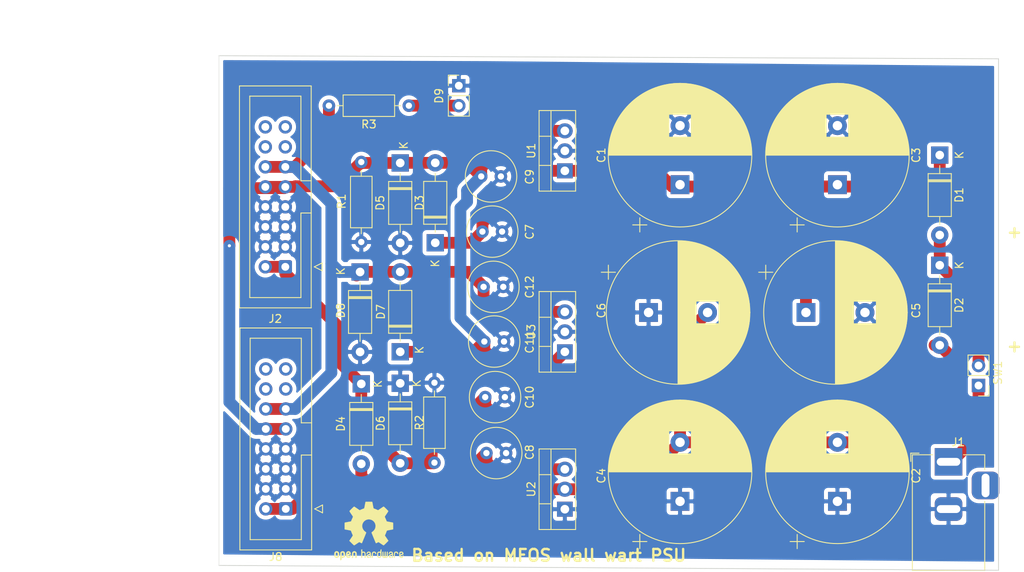
<source format=kicad_pcb>
(kicad_pcb (version 20171130) (host pcbnew "(5.1.6-0-10_14)")
  (layers (0 F.Cu signal) (31 B.Cu signal hide) (34 B.Paste user) (35 F.Paste user) (36 B.SilkS user) (37 F.SilkS user) (38 B.Mask user) (39 F.Mask user) (44 Edge.Cuts user))
  (net 0 "")
  (net 1 GND)
  (net 2 "Net-(C1-Pad1)")
  (net 3 "Net-(C2-Pad2)")
  (net 4 +12V)
  (net 5 -12V)
  (net 6 "Net-(D1-Pad2)")
  (net 7 +5V)
  (net 8 "Net-(J1-Pad1)")
  (net 9 "Net-(D9-Pad2)")
  (module Connector_BarrelJack:BarrelJack_Horizontal (layer F.Cu) (at 193.04 106.22 90)
    (fp_text reference J1 (at 2.5012 1.2396) (layer F.SilkS))
    (fp_text value Barrel_Jack)
    (pad 3 thru_hole roundrect (at -3 4.7 90) (size 3.5 3.5) (drill oval 3 1) (layers *.Cu *.Mask))
    (pad 2 thru_hole roundrect (at -6 0 90) (size 3 3.5) (drill oval 1 3) (layers *.Cu *.Mask) (net 1 GND))
    (pad 1 thru_hole rect (at 0 0 90) (size 3.5 3.5) (drill oval 1 3) (layers *.Cu *.Mask) (net 8 "Net-(J1-Pad1)"))
  )
  (module Symbol:OSHW-Logo2_9.8x8mm_SilkScreen (layer F.Cu) (at 119.38 115)
    (fp_text reference REF** hide)
    (fp_text value OSHW-Logo2_9.8x8mm_SilkScreen hide)
  )
  (module Resistor_THT:R_Axial_DIN0207_L6.3mm_D2.5mm_P10.16mm_Horizontal (layer F.Cu) (at 124.46 60.96 180)
    (fp_text reference R3 (at 5.08 -2.37) (layer F.SilkS))
    (fp_text value 160)
    (pad 2 thru_hole oval (at 10.16 0 180) (size 1.6 1.6) (drill 0.8) (layers *.Cu *.Mask) (net 7 +5V))
    (pad 1 thru_hole circle (at 0 0 180) (size 1.6 1.6) (drill 0.8) (layers *.Cu *.Mask) (net 9 "Net-(D9-Pad2)"))
  )
  (module Connector_PinHeader_2.54mm:PinHeader_1x02_P2.54mm_Vertical (layer F.Cu) (at 130.81 58.42)
    (fp_text reference D9 (at -2.5128 1.2952 90) (layer F.SilkS))
    (fp_text value LED)
    (pad 2 thru_hole oval (at 0 2.54) (size 1.7 1.7) (drill 1) (layers *.Cu *.Mask) (net 9 "Net-(D9-Pad2)"))
    (pad 1 thru_hole rect (at 0 0) (size 1.7 1.7) (drill 1) (layers *.Cu *.Mask) (net 1 GND))
  )
  (module Connector_PinHeader_2.54mm:PinHeader_1x02_P2.54mm_Vertical (layer F.Cu) (at 196.85 96.52 180)
    (fp_text reference SW1 (at -2.462 1.6104 90) (layer F.SilkS))
    (fp_text value SW_SPST)
    (pad 2 thru_hole oval (at 0 2.54 180) (size 1.7 1.7) (drill 1) (layers *.Cu *.Mask) (net 6 "Net-(D1-Pad2)"))
    (pad 1 thru_hole rect (at 0 0 180) (size 1.7 1.7) (drill 1) (layers *.Cu *.Mask) (net 8 "Net-(J1-Pad1)"))
  )
  (module Capacitor_THT:CP_Radial_D18.0mm_P7.50mm (layer F.Cu) (at 178.9212 111.2396 90)
    (fp_text reference C2 (at 3.2396 9.9988 90) (layer F.SilkS))
    (fp_text value 3300uF)
    (pad 2 thru_hole circle (at 7.5 0 90) (size 2.4 2.4) (drill 1.2) (layers *.Cu *.Mask) (net 3 "Net-(C2-Pad2)"))
    (pad 1 thru_hole rect (at 0 0 90) (size 2.4 2.4) (drill 1.2) (layers *.Cu *.Mask) (net 1 GND))
  )
  (module Capacitor_THT:CP_Radial_D18.0mm_P7.50mm (layer F.Cu) (at 158.92 71 90)
    (fp_text reference C1 (at 3.7396 -10.0012 90) (layer F.SilkS))
    (fp_text value 3300uF)
    (pad 2 thru_hole circle (at 7.5 0 90) (size 2.4 2.4) (drill 1.2) (layers *.Cu *.Mask) (net 1 GND))
    (pad 1 thru_hole rect (at 0 0 90) (size 2.4 2.4) (drill 1.2) (layers *.Cu *.Mask) (net 2 "Net-(C1-Pad1)"))
  )
  (module Package_TO_SOT_THT:TO-220-3_Vertical (layer F.Cu) (at 144.2816 92.2396 90)
    (fp_text reference U3 (at 2.54 -4.27 90) (layer F.SilkS))
    (fp_text value L7805)
    (pad 3 thru_hole oval (at 5.08 0 90) (size 1.905 2) (drill 1.1) (layers *.Cu *.Mask) (net 7 +5V))
    (pad 2 thru_hole oval (at 2.54 0 90) (size 1.905 2) (drill 1.1) (layers *.Cu *.Mask) (net 1 GND))
    (pad 1 thru_hole rect (at 0 0 90) (size 1.905 2) (drill 1.1) (layers *.Cu *.Mask) (net 4 +12V))
  )
  (module Package_TO_SOT_THT:TO-220-3_Vertical (layer F.Cu) (at 144.2816 112.2396 90)
    (fp_text reference U2 (at 2.54 -4.27 90) (layer F.SilkS))
    (fp_text value L7912)
    (pad 3 thru_hole oval (at 5.08 0 90) (size 1.905 2) (drill 1.1) (layers *.Cu *.Mask) (net 5 -12V))
    (pad 2 thru_hole oval (at 2.54 0 90) (size 1.905 2) (drill 1.1) (layers *.Cu *.Mask) (net 3 "Net-(C2-Pad2)"))
    (pad 1 thru_hole rect (at 0 0 90) (size 1.905 2) (drill 1.1) (layers *.Cu *.Mask) (net 1 GND))
  )
  (module Package_TO_SOT_THT:TO-220-3_Vertical (layer F.Cu) (at 144.2816 69.2396 90)
    (fp_text reference U1 (at 2.54 -4.27 90) (layer F.SilkS))
    (fp_text value L7812)
    (pad 3 thru_hole oval (at 5.08 0 90) (size 1.905 2) (drill 1.1) (layers *.Cu *.Mask) (net 4 +12V))
    (pad 2 thru_hole oval (at 2.54 0 90) (size 1.905 2) (drill 1.1) (layers *.Cu *.Mask) (net 1 GND))
    (pad 1 thru_hole rect (at 0 0 90) (size 1.905 2) (drill 1.1) (layers *.Cu *.Mask) (net 2 "Net-(C1-Pad1)"))
  )
  (module Capacitor_THT:CP_Radial_D18.0mm_P7.50mm (layer F.Cu) (at 158.9212 111.2396 90)
    (fp_text reference C4 (at 3.2396 -10.0012 90) (layer F.SilkS))
    (fp_text value 3300uF)
    (pad 2 thru_hole circle (at 7.5 0 90) (size 2.4 2.4) (drill 1.2) (layers *.Cu *.Mask) (net 3 "Net-(C2-Pad2)"))
    (pad 1 thru_hole rect (at 0 0 90) (size 2.4 2.4) (drill 1.2) (layers *.Cu *.Mask) (net 1 GND))
  )
  (module Diode_THT:D_DO-41_SOD81_P10.16mm_Horizontal (layer F.Cu) (at 191.9212 81.2396 270)
    (fp_text reference D2 (at 5.08 -2.47 90) (layer F.SilkS))
    (fp_text value 1N4004)
    (fp_text user K (at 0 -2.4988 90) (layer F.SilkS))
    (pad 2 thru_hole oval (at 10.16 0 270) (size 2.2 2.2) (drill 1.1) (layers *.Cu *.Mask) (net 3 "Net-(C2-Pad2)"))
    (pad 1 thru_hole rect (at 0 0 270) (size 2.2 2.2) (drill 1.1) (layers *.Cu *.Mask) (net 6 "Net-(D1-Pad2)"))
  )
  (module Diode_THT:D_DO-41_SOD81_P10.16mm_Horizontal (layer F.Cu) (at 191.9212 67.2396 270)
    (fp_text reference D1 (at 5.08 -2.47 90) (layer F.SilkS))
    (fp_text value 1N4004)
    (fp_text user K (at 0 -2.4988 90) (layer F.SilkS))
    (pad 2 thru_hole oval (at 10.16 0 270) (size 2.2 2.2) (drill 1.1) (layers *.Cu *.Mask) (net 6 "Net-(D1-Pad2)"))
    (pad 1 thru_hole rect (at 0 0 270) (size 2.2 2.2) (drill 1.1) (layers *.Cu *.Mask) (net 2 "Net-(C1-Pad1)"))
  )
  (module Capacitor_THT:CP_Radial_D18.0mm_P7.50mm (layer F.Cu) (at 154.9212 87.2396)
    (fp_text reference C6 (at -6.0012 -0.2396 90) (layer F.SilkS))
    (fp_text value 3300uF)
    (pad 2 thru_hole circle (at 7.5 0) (size 2.4 2.4) (drill 1.2) (layers *.Cu *.Mask) (net 3 "Net-(C2-Pad2)"))
    (pad 1 thru_hole rect (at 0 0) (size 2.4 2.4) (drill 1.2) (layers *.Cu *.Mask) (net 1 GND))
  )
  (module Capacitor_THT:CP_Radial_D18.0mm_P7.50mm (layer F.Cu) (at 174.92 87.2396)
    (fp_text reference C5 (at 13.9988 -0.2396 90) (layer F.SilkS))
    (fp_text value 3300uF)
    (pad 2 thru_hole circle (at 7.5 0) (size 2.4 2.4) (drill 1.2) (layers *.Cu *.Mask) (net 1 GND))
    (pad 1 thru_hole rect (at 0 0) (size 2.4 2.4) (drill 1.2) (layers *.Cu *.Mask) (net 2 "Net-(C1-Pad1)"))
  )
  (module Capacitor_THT:CP_Radial_D18.0mm_P7.50mm (layer F.Cu) (at 178.92 71 90)
    (fp_text reference C3 (at 3.7396 9.9988 90) (layer F.SilkS))
    (fp_text value 3300uF)
    (pad 2 thru_hole circle (at 7.5 0 90) (size 2.4 2.4) (drill 1.2) (layers *.Cu *.Mask) (net 1 GND))
    (pad 1 thru_hole rect (at 0 0 90) (size 2.4 2.4) (drill 1.2) (layers *.Cu *.Mask) (net 2 "Net-(C1-Pad1)"))
  )
  (module Capacitor_THT:C_Radial_D6.3mm_H5.0mm_P2.50mm (layer F.Cu) (at 133.9552 83.9856)
    (fp_text reference C12 (at 5.8548 0.0144 90) (layer F.SilkS))
    (fp_text value 1uF)
    (pad 2 thru_hole circle (at 2.5 0) (size 1.6 1.6) (drill 0.8) (layers *.Cu *.Mask) (net 1 GND))
    (pad 1 thru_hole circle (at 0 0) (size 1.6 1.6) (drill 0.8) (layers *.Cu *.Mask) (net 7 +5V))
  )
  (module Capacitor_THT:C_Radial_D6.3mm_H5.0mm_P2.50mm (layer F.Cu) (at 136.5504 90.932 180)
    (fp_text reference C11 (at -3.2596 -0.068 90) (layer F.SilkS))
    (fp_text value 1uF)
    (pad 2 thru_hole circle (at 2.5 0 180) (size 1.6 1.6) (drill 0.8) (layers *.Cu *.Mask) (net 4 +12V))
    (pad 1 thru_hole circle (at 0 0 180) (size 1.6 1.6) (drill 0.8) (layers *.Cu *.Mask) (net 1 GND))
  )
  (module Capacitor_THT:C_Radial_D6.3mm_H5.0mm_P2.50mm (layer F.Cu) (at 134.1628 97.9932)
    (fp_text reference C10 (at 5.6472 0.0068 90) (layer F.SilkS))
    (fp_text value 1uF)
    (pad 2 thru_hole circle (at 2.5 0) (size 1.6 1.6) (drill 0.8) (layers *.Cu *.Mask) (net 1 GND))
    (pad 1 thru_hole circle (at 0 0) (size 1.6 1.6) (drill 0.8) (layers *.Cu *.Mask) (net 5 -12V))
  )
  (module Capacitor_THT:C_Radial_D6.3mm_H5.0mm_P2.50mm (layer F.Cu) (at 133.6548 69.9516)
    (fp_text reference C9 (at 6.1552 0.0484 90) (layer F.SilkS))
    (fp_text value 1uF)
    (pad 2 thru_hole circle (at 2.5 0) (size 1.6 1.6) (drill 0.8) (layers *.Cu *.Mask) (net 1 GND))
    (pad 1 thru_hole circle (at 0 0) (size 1.6 1.6) (drill 0.8) (layers *.Cu *.Mask) (net 4 +12V))
  )
  (module Capacitor_THT:C_Radial_D6.3mm_H5.0mm_P2.50mm (layer F.Cu) (at 134.3152 105.1052)
    (fp_text reference C8 (at 5.4948 -0.1052 90) (layer F.SilkS))
    (fp_text value 1uF)
    (pad 2 thru_hole circle (at 2.5 0) (size 1.6 1.6) (drill 0.8) (layers *.Cu *.Mask) (net 1 GND))
    (pad 1 thru_hole circle (at 0 0) (size 1.6 1.6) (drill 0.8) (layers *.Cu *.Mask) (net 3 "Net-(C2-Pad2)"))
  )
  (module Capacitor_THT:C_Radial_D6.3mm_H5.0mm_P2.50mm (layer F.Cu) (at 133.8072 76.962)
    (fp_text reference C7 (at 6.0028 0.038 90) (layer F.SilkS))
    (fp_text value 1uF)
    (pad 2 thru_hole circle (at 2.5 0) (size 1.6 1.6) (drill 0.8) (layers *.Cu *.Mask) (net 1 GND))
    (pad 1 thru_hole circle (at 0 0) (size 1.6 1.6) (drill 0.8) (layers *.Cu *.Mask) (net 2 "Net-(C1-Pad1)"))
  )
  (module Connector_IDC:IDC-Header_2x08_P2.54mm_Vertical (layer F.Cu) (at 108.815 112.2 180)
    (fp_text reference J8 (at 1.27 -6.1) (layer F.SilkS))
    (fp_text value Connector_Generic:Conn_02x08_Odd_Even)
    (pad 16 thru_hole circle (at 2.54 17.78 180) (size 1.7 1.7) (drill 1) (layers *.Cu *.Mask))
    (pad 14 thru_hole circle (at 2.54 15.24 180) (size 1.7 1.7) (drill 1) (layers *.Cu *.Mask))
    (pad 12 thru_hole circle (at 2.54 12.7 180) (size 1.7 1.7) (drill 1) (layers *.Cu *.Mask) (net 7 +5V))
    (pad 10 thru_hole circle (at 2.54 10.16 180) (size 1.7 1.7) (drill 1) (layers *.Cu *.Mask) (net 4 +12V))
    (pad 8 thru_hole circle (at 2.54 7.62 180) (size 1.7 1.7) (drill 1) (layers *.Cu *.Mask) (net 1 GND))
    (pad 6 thru_hole circle (at 2.54 5.08 180) (size 1.7 1.7) (drill 1) (layers *.Cu *.Mask) (net 1 GND))
    (pad 4 thru_hole circle (at 2.54 2.54 180) (size 1.7 1.7) (drill 1) (layers *.Cu *.Mask) (net 1 GND))
    (pad 2 thru_hole circle (at 2.54 0 180) (size 1.7 1.7) (drill 1) (layers *.Cu *.Mask) (net 5 -12V))
    (pad 15 thru_hole circle (at 0 17.78 180) (size 1.7 1.7) (drill 1) (layers *.Cu *.Mask))
    (pad 13 thru_hole circle (at 0 15.24 180) (size 1.7 1.7) (drill 1) (layers *.Cu *.Mask))
    (pad 11 thru_hole circle (at 0 12.7 180) (size 1.7 1.7) (drill 1) (layers *.Cu *.Mask) (net 7 +5V))
    (pad 9 thru_hole circle (at 0 10.16 180) (size 1.7 1.7) (drill 1) (layers *.Cu *.Mask) (net 4 +12V))
    (pad 7 thru_hole circle (at 0 7.62 180) (size 1.7 1.7) (drill 1) (layers *.Cu *.Mask) (net 1 GND))
    (pad 5 thru_hole circle (at 0 5.08 180) (size 1.7 1.7) (drill 1) (layers *.Cu *.Mask) (net 1 GND))
    (pad 3 thru_hole circle (at 0 2.54 180) (size 1.7 1.7) (drill 1) (layers *.Cu *.Mask) (net 1 GND))
    (pad 1 thru_hole roundrect (at 0 0 180) (size 1.7 1.7) (drill 1) (layers *.Cu *.Mask) (roundrect_rratio 0.1470588235294118) (net 5 -12V))
  )
  (module Connector_IDC:IDC-Header_2x08_P2.54mm_Vertical (layer F.Cu) (at 108.7616 81.4396 180)
    (fp_text reference J2 (at 1.27 -6.604) (layer F.SilkS))
    (fp_text value Connector_Generic:Conn_02x08_Odd_Even)
    (pad 16 thru_hole circle (at 2.54 17.78 180) (size 1.7 1.7) (drill 1) (layers *.Cu *.Mask))
    (pad 14 thru_hole circle (at 2.54 15.24 180) (size 1.7 1.7) (drill 1) (layers *.Cu *.Mask))
    (pad 12 thru_hole circle (at 2.54 12.7 180) (size 1.7 1.7) (drill 1) (layers *.Cu *.Mask) (net 7 +5V))
    (pad 10 thru_hole circle (at 2.54 10.16 180) (size 1.7 1.7) (drill 1) (layers *.Cu *.Mask) (net 4 +12V))
    (pad 8 thru_hole circle (at 2.54 7.62 180) (size 1.7 1.7) (drill 1) (layers *.Cu *.Mask) (net 1 GND))
    (pad 6 thru_hole circle (at 2.54 5.08 180) (size 1.7 1.7) (drill 1) (layers *.Cu *.Mask) (net 1 GND))
    (pad 4 thru_hole circle (at 2.54 2.54 180) (size 1.7 1.7) (drill 1) (layers *.Cu *.Mask) (net 1 GND))
    (pad 2 thru_hole circle (at 2.54 0 180) (size 1.7 1.7) (drill 1) (layers *.Cu *.Mask) (net 5 -12V))
    (pad 15 thru_hole circle (at 0 17.78 180) (size 1.7 1.7) (drill 1) (layers *.Cu *.Mask))
    (pad 13 thru_hole circle (at 0 15.24 180) (size 1.7 1.7) (drill 1) (layers *.Cu *.Mask))
    (pad 11 thru_hole circle (at 0 12.7 180) (size 1.7 1.7) (drill 1) (layers *.Cu *.Mask) (net 7 +5V))
    (pad 9 thru_hole circle (at 0 10.16 180) (size 1.7 1.7) (drill 1) (layers *.Cu *.Mask) (net 4 +12V))
    (pad 7 thru_hole circle (at 0 7.62 180) (size 1.7 1.7) (drill 1) (layers *.Cu *.Mask) (net 1 GND))
    (pad 5 thru_hole circle (at 0 5.08 180) (size 1.7 1.7) (drill 1) (layers *.Cu *.Mask) (net 1 GND))
    (pad 3 thru_hole circle (at 0 2.54 180) (size 1.7 1.7) (drill 1) (layers *.Cu *.Mask) (net 1 GND))
    (pad 1 thru_hole roundrect (at 0 0 180) (size 1.7 1.7) (drill 1) (layers *.Cu *.Mask) (roundrect_rratio 0.1470588235294118) (net 5 -12V))
  )
  (module Diode_THT:D_DO-41_SOD81_P10.16mm_Horizontal (layer F.Cu) (at 118.2624 82.0928 270)
    (fp_text reference D8 (at 4.9072 2.4524 90) (layer F.SilkS))
    (fp_text value 1N4004)
    (fp_text user K (at -0.0928 2.4524 90) (layer F.SilkS))
    (pad 2 thru_hole oval (at 10.16 0 270) (size 2.2 2.2) (drill 1.1) (layers *.Cu *.Mask) (net 1 GND))
    (pad 1 thru_hole rect (at 0 0 270) (size 2.2 2.2) (drill 1.1) (layers *.Cu *.Mask) (net 7 +5V))
  )
  (module Diode_THT:D_DO-41_SOD81_P10.16mm_Horizontal (layer F.Cu) (at 123.3616 92.2396 90)
    (fp_text reference D7 (at 5.08 -2.47 90) (layer F.SilkS))
    (fp_text value 1N4004)
    (fp_text user K (at 0.2396 2.4484 90) (layer F.SilkS))
    (pad 2 thru_hole oval (at 10.16 0 90) (size 2.2 2.2) (drill 1.1) (layers *.Cu *.Mask) (net 7 +5V))
    (pad 1 thru_hole rect (at 0 0 90) (size 2.2 2.2) (drill 1.1) (layers *.Cu *.Mask) (net 4 +12V))
  )
  (module Resistor_THT:R_Axial_DIN0207_L6.3mm_D2.5mm_P10.16mm_Horizontal (layer F.Cu) (at 127.7112 106.3244 90)
    (fp_text reference R2 (at 5.08 -1.9012 90) (layer F.SilkS))
    (fp_text value 3K3)
    (pad 2 thru_hole oval (at 10.16 0 90) (size 1.6 1.6) (drill 0.8) (layers *.Cu *.Mask) (net 1 GND))
    (pad 1 thru_hole circle (at 0 0 90) (size 1.6 1.6) (drill 0.8) (layers *.Cu *.Mask) (net 5 -12V))
  )
  (module Resistor_THT:R_Axial_DIN0207_L6.3mm_D2.5mm_P10.16mm_Horizontal (layer F.Cu) (at 118.4148 68.1228 270)
    (fp_text reference R1 (at 5 2.5 90) (layer F.SilkS))
    (fp_text value 3K3)
    (pad 2 thru_hole oval (at 10.16 0 270) (size 1.6 1.6) (drill 0.8) (layers *.Cu *.Mask) (net 1 GND))
    (pad 1 thru_hole circle (at 0 0 270) (size 1.6 1.6) (drill 0.8) (layers *.Cu *.Mask) (net 4 +12V))
  )
  (module Diode_THT:D_DO-41_SOD81_P10.16mm_Horizontal (layer F.Cu) (at 123.3616 96.2396 270)
    (fp_text reference D6 (at 5.08 2.5 90) (layer F.SilkS))
    (fp_text value 1N4004)
    (fp_text user K (at 0 -2.1 90) (layer F.SilkS))
    (pad 2 thru_hole oval (at 10.16 0 270) (size 2.2 2.2) (drill 1.1) (layers *.Cu *.Mask) (net 5 -12V))
    (pad 1 thru_hole rect (at 0 0 270) (size 2.2 2.2) (drill 1.1) (layers *.Cu *.Mask) (net 1 GND))
  )
  (module Diode_THT:D_DO-41_SOD81_P10.16mm_Horizontal (layer F.Cu) (at 123.3616 68.2396 270)
    (fp_text reference D5 (at 5.08 2.5516 90) (layer F.SilkS))
    (fp_text value 1N4004)
    (fp_text user K (at -2.2396 -0.4484 90) (layer F.SilkS))
    (pad 2 thru_hole oval (at 10.16 0 270) (size 2.2 2.2) (drill 1.1) (layers *.Cu *.Mask) (net 1 GND))
    (pad 1 thru_hole rect (at 0 0 270) (size 2.2 2.2) (drill 1.1) (layers *.Cu *.Mask) (net 4 +12V))
  )
  (module Diode_THT:D_DO-41_SOD81_P10.16mm_Horizontal (layer F.Cu) (at 118.4148 96.3168 270)
    (fp_text reference D4 (at 5.08 2.6048 90) (layer F.SilkS))
    (fp_text value 1N4004)
    (fp_text user K (at 0 -2.1 90) (layer F.SilkS))
    (pad 2 thru_hole oval (at 10.16 0 270) (size 2.2 2.2) (drill 1.1) (layers *.Cu *.Mask) (net 3 "Net-(C2-Pad2)"))
    (pad 1 thru_hole rect (at 0 0 270) (size 2.2 2.2) (drill 1.1) (layers *.Cu *.Mask) (net 5 -12V))
  )
  (module Diode_THT:D_DO-41_SOD81_P10.16mm_Horizontal (layer F.Cu) (at 127.8128 78.3844 90)
    (fp_text reference D3 (at 5.08 -2.0028 90) (layer F.SilkS))
    (fp_text value 1N4004)
    (fp_text user K (at -2.6156 -0.0028 90) (layer F.SilkS))
    (pad 2 thru_hole oval (at 10.16 0 90) (size 2.2 2.2) (drill 1.1) (layers *.Cu *.Mask) (net 4 +12V))
    (pad 1 thru_hole rect (at 0 0 90) (size 2.2 2.2) (drill 1.1) (layers *.Cu *.Mask) (net 2 "Net-(C1-Pad1)"))
  )
  (gr_line (start 100.33 54.61) (end 100.33 119.38) (layer Edge.Cuts) (width 0.05))
  (gr_text + (at 201.42 91.5) (layer F.SilkS) (effects (font (size 1.5 1.5) (thickness 0.3)) (justify mirror)))
  (gr_text + (at 201.42 77) (layer F.SilkS) (effects (font (size 1.5 1.5) (thickness 0.3)) (justify mirror)))
  (gr_line (start 199.39 55) (end 199.39 120) (layer Edge.Cuts) (width 0.1))
  (gr_text "Based on MFOS wall wart PSU" (at 142.24 118.11) (layer F.SilkS) (effects (font (size 1.5 1.5) (thickness 0.3))))
  (gr_line (start 100.33 54.61) (end 199.39 55) (layer Edge.Cuts) (width 0.1))
  (gr_line (start 199.39 120) (end 100.33 119.38) (layer Edge.Cuts) (width 0.1))
  (segment (start 127.8128 78.3844) (end 132.3848 78.3844) (width 1.5) (layer F.Cu) (net 2))
  (segment (start 133.8072 75.83063) (end 133.8072 76.962) (width 1.5) (layer F.Cu) (net 2))
  (segment (start 132.3848 78.3844) (end 133.8072 76.962) (width 1.5) (layer F.Cu) (net 2))
  (segment (start 191.9212 69.8396) (end 191.9212 67.2396) (width 1.5) (layer F.Cu) (net 2))
  (segment (start 190.5212 71.2396) (end 191.9212 69.8396) (width 1.5) (layer F.Cu) (net 2))
  (segment (start 174.9212 87.2396) (end 174.9212 71.5396) (width 1.5) (layer F.Cu) (net 2))
  (segment (start 174.9212 71.5396) (end 175.2212 71.2396) (width 1.5) (layer F.Cu) (net 2))
  (segment (start 175.2212 71.2396) (end 177.9212 71.2396) (width 1.5) (layer F.Cu) (net 2))
  (segment (start 157.9212 71.2396) (end 177.9212 71.2396) (width 1.5) (layer F.Cu) (net 2))
  (segment (start 177.9212 71.2396) (end 190.5212 71.2396) (width 1.5) (layer F.Cu) (net 2))
  (segment (start 155.9212 69.2396) (end 157.9212 71.2396) (width 1.5) (layer F.Cu) (net 2))
  (segment (start 155.9212 69.2396) (end 144.2816 69.2396) (width 1.5) (layer F.Cu) (net 2))
  (segment (start 140.39823 69.2396) (end 133.8072 75.83063) (width 1.5) (layer F.Cu) (net 2))
  (segment (start 144.2816 69.2396) (end 140.39823 69.2396) (width 1.5) (layer F.Cu) (net 2))
  (segment (start 118.4148 108.032434) (end 119.957966 109.5756) (width 1.5) (layer F.Cu) (net 3))
  (segment (start 118.4148 106.4768) (end 118.4148 108.032434) (width 1.5) (layer F.Cu) (net 3))
  (segment (start 119.957966 109.5756) (end 129.8448 109.5756) (width 1.5) (layer F.Cu) (net 3))
  (segment (start 129.8448 109.5756) (end 134.3152 105.1052) (width 1.5) (layer F.Cu) (net 3))
  (segment (start 189.8844 103.7396) (end 193.4464 100.1776) (width 1.5) (layer F.Cu) (net 3))
  (segment (start 193.4464 100.1776) (end 193.548 93.0264) (width 1.5) (layer F.Cu) (net 3))
  (segment (start 178.9212 103.7396) (end 158.9212 103.7396) (width 1.5) (layer F.Cu) (net 3))
  (segment (start 193.548 93.0264) (end 191.9212 91.3996) (width 1.5) (layer F.Cu) (net 3))
  (segment (start 158.9212 103.7396) (end 152.9612 109.6996) (width 1.5) (layer F.Cu) (net 3))
  (segment (start 158.9212 90.7396) (end 162.4212 87.2396) (width 1.5) (layer F.Cu) (net 3))
  (segment (start 178.9212 103.7396) (end 189.8844 103.7396) (width 1.5) (layer F.Cu) (net 3))
  (segment (start 158.9212 103.7396) (end 158.9212 90.7396) (width 1.5) (layer F.Cu) (net 3))
  (segment (start 191.2612 91.3996) (end 191.9212 91.3996) (width 1.5) (layer F.Cu) (net 3))
  (segment (start 134.3152 106.23657) (end 137.77823 109.6996) (width 1.5) (layer F.Cu) (net 3))
  (segment (start 137.77823 109.6996) (end 144.2816 109.6996) (width 1.5) (layer F.Cu) (net 3))
  (segment (start 134.3152 105.1052) (end 134.3152 106.23657) (width 1.5) (layer F.Cu) (net 3))
  (segment (start 144.2816 109.6996) (end 152.9612 109.6996) (width 1.5) (layer F.Cu) (net 3))
  (segment (start 127.8128 68.2244) (end 131.638 68.2244) (width 1.5) (layer F.Cu) (net 4))
  (segment (start 123.3768 68.2244) (end 123.3616 68.2396) (width 1.5) (layer F.Cu) (net 4))
  (segment (start 127.8128 68.2244) (end 123.3768 68.2244) (width 1.5) (layer F.Cu) (net 4))
  (segment (start 118.5316 68.2396) (end 118.4148 68.1228) (width 1.5) (layer F.Cu) (net 4))
  (segment (start 123.3616 68.2396) (end 118.5316 68.2396) (width 1.5) (layer F.Cu) (net 4))
  (segment (start 123.3616 92.2396) (end 132.7428 92.2396) (width 1.5) (layer F.Cu) (net 4))
  (segment (start 106.2216 71.2796) (end 108.7616 71.2796) (width 1.5) (layer F.Cu) (net 4))
  (segment (start 106.1604 71.3408) (end 106.2216 71.2796) (width 1.5) (layer F.Cu) (net 4))
  (segment (start 131.9276 68.2244) (end 131.638 68.2244) (width 1.5) (layer F.Cu) (net 4))
  (segment (start 109.963681 71.2796) (end 110.043281 71.2) (width 1.5) (layer F.Cu) (net 4))
  (segment (start 108.7616 71.2796) (end 109.963681 71.2796) (width 1.5) (layer F.Cu) (net 4))
  (segment (start 115.3376 71.2) (end 118.4148 68.1228) (width 1.5) (layer F.Cu) (net 4))
  (segment (start 110.043281 71.2) (end 115.3376 71.2) (width 1.5) (layer F.Cu) (net 4))
  (segment (start 108.6012 71.44) (end 108.7616 71.2796) (width 1.5) (layer F.Cu) (net 4))
  (segment (start 101.65 78.76) (end 101.65 78.76) (width 1.5) (layer F.Cu) (net 4))
  (via (at 101.65 78.76) (size 0.8) (drill 0.4) (layers F.Cu B.Cu) (net 4))
  (segment (start 105.072919 102.04) (end 106.275 102.04) (width 1.5) (layer B.Cu) (net 4))
  (segment (start 101.65 98.617081) (end 105.072919 102.04) (width 1.5) (layer B.Cu) (net 4))
  (segment (start 101.65 78.76) (end 101.65 98.617081) (width 1.5) (layer B.Cu) (net 4))
  (segment (start 131.857199 71.749201) (end 131.857199 73.152801) (width 1.5) (layer B.Cu) (net 4))
  (segment (start 131.857199 73.152801) (end 131.01 74) (width 1.5) (layer B.Cu) (net 4))
  (segment (start 131.01 74) (end 131.01 87.8916) (width 1.5) (layer B.Cu) (net 4))
  (segment (start 132.7428 92.2396) (end 134.0504 90.932) (width 1.5) (layer F.Cu) (net 4))
  (segment (start 134.0504 92.06337) (end 134.0504 90.932) (width 1.5) (layer F.Cu) (net 4))
  (segment (start 136.42423 94.4372) (end 134.0504 92.06337) (width 1.5) (layer F.Cu) (net 4))
  (segment (start 133.6548 69.9516) (end 131.9276 68.2244) (width 1.5) (layer F.Cu) (net 4))
  (segment (start 133.6548 69.9516) (end 131.857199 71.749201) (width 1.5) (layer B.Cu) (net 4))
  (segment (start 133.250401 90.132001) (end 134.0504 90.932) (width 1.5) (layer B.Cu) (net 4))
  (segment (start 131.01 87.8916) (end 133.250401 90.132001) (width 1.5) (layer B.Cu) (net 4))
  (segment (start 101.65 71.44) (end 108.6012 71.44) (width 1.5) (layer F.Cu) (net 4))
  (segment (start 101.65 71.44) (end 101.65 78.76) (width 1.5) (layer F.Cu) (net 4))
  (segment (start 142.084 94.4372) (end 144.2816 92.2396) (width 1.5) (layer F.Cu) (net 4))
  (segment (start 136.42423 94.4372) (end 142.084 94.4372) (width 1.5) (layer F.Cu) (net 4))
  (segment (start 138.31543 64.1596) (end 133.6548 68.82023) (width 1.5) (layer F.Cu) (net 4))
  (segment (start 133.6548 68.82023) (end 133.6548 69.9516) (width 1.5) (layer F.Cu) (net 4))
  (segment (start 144.2816 64.1596) (end 138.31543 64.1596) (width 1.5) (layer F.Cu) (net 4))
  (segment (start 106.275 102.04) (end 108.815 102.04) (width 1.5) (layer F.Cu) (net 4))
  (segment (start 127.2016 106.3996) (end 127.3616 106.2396) (width 1.5) (layer F.Cu) (net 5))
  (segment (start 127.3616 106.2396) (end 127.3616 104.7944) (width 1.5) (layer F.Cu) (net 5))
  (segment (start 106.2216 81.4396) (end 106.224548 81.4396) (width 1.5) (layer F.Cu) (net 5))
  (segment (start 118.4148 101.4528) (end 123.3616 106.3996) (width 1.5) (layer F.Cu) (net 5))
  (segment (start 118.4148 96.3168) (end 118.4148 101.4528) (width 1.5) (layer F.Cu) (net 5))
  (segment (start 106.2216 81.4396) (end 108.7616 81.4396) (width 1.5) (layer F.Cu) (net 5))
  (segment (start 106.1604 81.5008) (end 106.2216 81.4396) (width 1.5) (layer F.Cu) (net 5))
  (segment (start 127.636 106.3996) (end 127.7112 106.3244) (width 1.5) (layer F.Cu) (net 5))
  (segment (start 123.3616 106.3996) (end 127.636 106.3996) (width 1.5) (layer F.Cu) (net 5))
  (segment (start 106.182 81.4) (end 106.2216 81.4396) (width 1.5) (layer F.Cu) (net 5))
  (segment (start 109.665 112.2) (end 114.21 107.655) (width 1.5) (layer F.Cu) (net 5))
  (segment (start 108.815 112.2) (end 109.665 112.2) (width 1.5) (layer F.Cu) (net 5))
  (segment (start 114.21 105.6576) (end 118.4148 101.4528) (width 1.5) (layer F.Cu) (net 5))
  (segment (start 114.21 107.655) (end 114.21 105.6576) (width 1.5) (layer F.Cu) (net 5))
  (segment (start 115.8148 89.3428) (end 115.8148 93.7168) (width 1.5) (layer F.Cu) (net 5))
  (segment (start 108.7616 81.4396) (end 108.7616 82.2896) (width 1.5) (layer F.Cu) (net 5))
  (segment (start 108.7616 82.2896) (end 115.8148 89.3428) (width 1.5) (layer F.Cu) (net 5))
  (segment (start 115.8148 93.7168) (end 118.4148 96.3168) (width 1.5) (layer F.Cu) (net 5))
  (segment (start 127.3616 104.7944) (end 134.1628 97.9932) (width 1.5) (layer F.Cu) (net 5))
  (segment (start 142.19783 107.1596) (end 144.2816 107.1596) (width 1.5) (layer F.Cu) (net 5))
  (segment (start 134.1628 99.12457) (end 142.19783 107.1596) (width 1.5) (layer F.Cu) (net 5))
  (segment (start 134.1628 97.9932) (end 134.1628 99.12457) (width 1.5) (layer F.Cu) (net 5))
  (segment (start 106.275 112.2) (end 108.815 112.2) (width 1.5) (layer F.Cu) (net 5))
  (segment (start 191.9212 77.3996) (end 191.9212 81.2396) (width 1.5) (layer F.Cu) (net 6))
  (segment (start 196.85 86.1684) (end 191.9212 81.2396) (width 1.5) (layer F.Cu) (net 6))
  (segment (start 196.85 93.98) (end 196.85 86.1684) (width 1.5) (layer F.Cu) (net 6))
  (segment (start 123.2016 82.2396) (end 123.3616 82.0796) (width 1.5) (layer F.Cu) (net 7))
  (segment (start 118.2756 82.0796) (end 118.2624 82.0928) (width 1.5) (layer F.Cu) (net 7))
  (segment (start 123.3616 82.0796) (end 118.2756 82.0796) (width 1.5) (layer F.Cu) (net 7))
  (segment (start 123.3616 82.0796) (end 132.0492 82.0796) (width 1.5) (layer F.Cu) (net 7))
  (segment (start 106.2216 68.7396) (end 108.7616 68.7396) (width 1.5) (layer F.Cu) (net 7))
  (segment (start 117.8156 82.5396) (end 118.2624 82.0928) (width 1.5) (layer F.Cu) (net 7))
  (segment (start 109.963681 68.7396) (end 114.61 73.385919) (width 1.5) (layer B.Cu) (net 7))
  (segment (start 108.7616 68.7396) (end 109.963681 68.7396) (width 1.5) (layer B.Cu) (net 7))
  (segment (start 115.6624 82.0928) (end 118.2624 82.0928) (width 1.5) (layer B.Cu) (net 7))
  (segment (start 114.61 81.0404) (end 115.6624 82.0928) (width 1.5) (layer B.Cu) (net 7))
  (segment (start 114.61 73.385919) (end 114.61 81.0404) (width 1.5) (layer B.Cu) (net 7))
  (segment (start 114.61 94.907081) (end 114.61 81.0404) (width 1.5) (layer B.Cu) (net 7))
  (segment (start 110.017081 99.5) (end 114.61 94.907081) (width 1.5) (layer B.Cu) (net 7))
  (segment (start 108.815 99.5) (end 110.017081 99.5) (width 1.5) (layer B.Cu) (net 7))
  (segment (start 133.9552 86.254) (end 133.9552 83.9856) (width 1.5) (layer F.Cu) (net 7))
  (segment (start 134.8608 87.1596) (end 133.9552 86.254) (width 1.5) (layer F.Cu) (net 7))
  (segment (start 132.0492 82.0796) (end 133.9552 83.9856) (width 1.5) (layer F.Cu) (net 7))
  (segment (start 109.963681 68.7396) (end 108.7616 68.7396) (width 1.5) (layer F.Cu) (net 7))
  (segment (start 114.3 64.403281) (end 109.963681 68.7396) (width 1.5) (layer F.Cu) (net 7))
  (segment (start 114.3 60.96) (end 114.3 64.403281) (width 1.5) (layer F.Cu) (net 7))
  (segment (start 134.8608 87.1596) (end 144.2816 87.1596) (width 1.5) (layer F.Cu) (net 7))
  (segment (start 106.275 99.5) (end 108.815 99.5) (width 1.5) (layer F.Cu) (net 7))
  (segment (start 204.0012 81.8504) (end 203.962 81.8896) (width 1.5) (layer B.Cu) (net 8))
  (segment (start 196.85 102.79) (end 193.42 106.22) (width 1.5) (layer F.Cu) (net 8))
  (segment (start 196.85 96.52) (end 196.85 102.79) (width 1.5) (layer F.Cu) (net 8))
  (segment (start 124.46 60.96) (end 130.81 60.96) (width 1.5) (layer F.Cu) (net 9))
  (zone (net 1) (net_name GND) (layer B.Cu) (connect_pads (clearance 0.508)) (min_thickness 0.254) (fill yes (arc_segments 32) (thermal_gap 0.508) (thermal_bridge_width 0.508) (smoothing fillet) (radius 1))
    (polygon (pts (xy 208.5 119) (xy 87.63 117.86) (xy 87.63 54.86) (xy 208.5 56)))
  )
)
</source>
